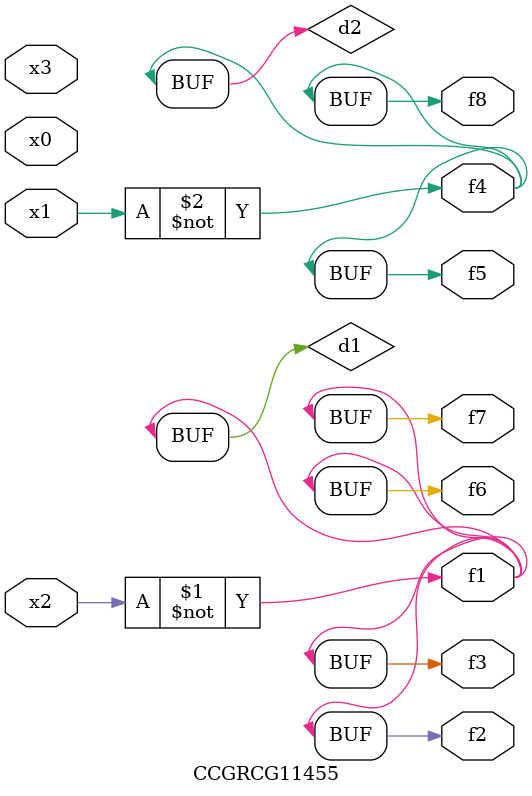
<source format=v>
module CCGRCG11455(
	input x0, x1, x2, x3,
	output f1, f2, f3, f4, f5, f6, f7, f8
);

	wire d1, d2;

	xnor (d1, x2);
	not (d2, x1);
	assign f1 = d1;
	assign f2 = d1;
	assign f3 = d1;
	assign f4 = d2;
	assign f5 = d2;
	assign f6 = d1;
	assign f7 = d1;
	assign f8 = d2;
endmodule

</source>
